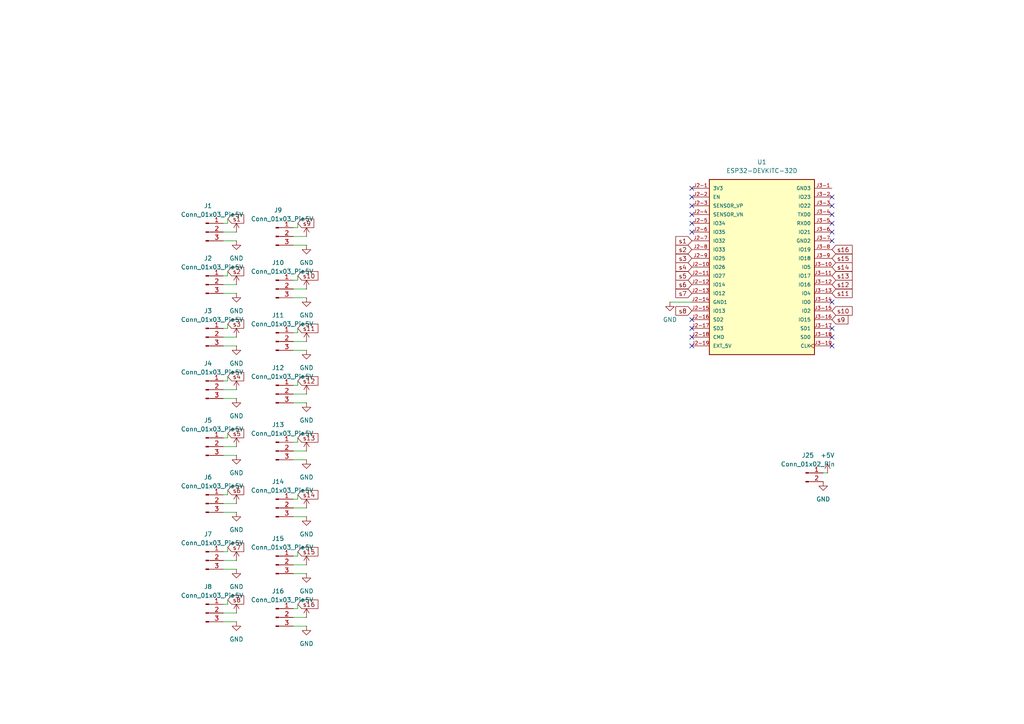
<source format=kicad_sch>
(kicad_sch (version 20231120) (generator "eeschema") (generator_version "8.0")
  (paper "A4")
  (lib_symbols
    (symbol "Connector:Conn_01x02_Pin" (pin_names (offset 1.016) hide)
      (property "Reference" "J" (at 0 2.54 0))
      (property "Value" "Conn_01x02_Pin" (at 0 -5.08 0))
      (symbol "Conn_01x02_Pin_1_1"
        (polyline (pts (xy 1.27 -2.54) (xy 0.8636 -2.54)) (stroke (width 0.1524)))
        (polyline (pts (xy 1.27 0) (xy 0.8636 0)) (stroke (width 0.1524)))
        (rectangle (start 0.8636 -2.413) (end 0 -2.667) (stroke (width 0.1524)) (fill (type outline)))
        (rectangle (start 0.8636 0.127) (end 0 -0.127) (stroke (width 0.1524)) (fill (type outline)))
        (pin passive line (at 5.08 0 180) (length 3.81) (name "Pin_1") (number "1"))
        (pin passive line (at 5.08 -2.54 180) (length 3.81) (name "Pin_2") (number "2"))
      )
    )
    (symbol "Connector:Conn_01x03_Pin" (pin_names (offset 1.016) hide)
      (property "Reference" "J" (at 0 5.08 0))
      (property "Value" "Conn_01x03_Pin" (at 0 -5.08 0))
      (symbol "Conn_01x03_Pin_1_1"
        (polyline (pts (xy 1.27 -2.54) (xy 0.8636 -2.54)) (stroke (width 0.1524)))
        (polyline (pts (xy 1.27 0) (xy 0.8636 0)) (stroke (width 0.1524)))
        (polyline (pts (xy 1.27 2.54) (xy 0.8636 2.54)) (stroke (width 0.1524)))
        (rectangle (start 0.8636 -2.413) (end 0 -2.667) (stroke (width 0.1524)) (fill (type outline)))
        (rectangle (start 0.8636 0.127) (end 0 -0.127) (stroke (width 0.1524)) (fill (type outline)))
        (rectangle (start 0.8636 2.667) (end 0 2.413) (stroke (width 0.1524)) (fill (type outline)))
        (pin passive line (at 5.08 2.54 180) (length 3.81) (name "Pin_1") (number "1"))
        (pin passive line (at 5.08 0 180) (length 3.81) (name "Pin_2") (number "2"))
        (pin passive line (at 5.08 -2.54 180) (length 3.81) (name "Pin_3") (number "3"))
      )
    )
    (symbol "ESP32-DEVKITC-32D:ESP32-DEVKITC-32D" (pin_names (offset 1.016))
      (property "Reference" "U" (at -15.2572 26.0643 0))
      (property "Value" "ESP32-DEVKITC-32D" (at -15.2563 -27.9698 0))
      (symbol "ESP32-DEVKITC-32D_0_0"
        (rectangle (start -15.24 -25.4) (end 15.24 25.4) (stroke (width 0.254)) (fill (type background)))
        (pin power_in line (at -20.32 22.86 0) (length 5.08) (name "3V3") (number "J2-1"))
        (pin bidirectional line (at -20.32 0 0) (length 5.08) (name "IO26") (number "J2-10"))
        (pin bidirectional line (at -20.32 -2.54 0) (length 5.08) (name "IO27") (number "J2-11"))
        (pin bidirectional line (at -20.32 -5.08 0) (length 5.08) (name "IO14") (number "J2-12"))
        (pin bidirectional line (at -20.32 -7.62 0) (length 5.08) (name "IO12") (number "J2-13"))
        (pin power_in line (at -20.32 -10.16 0) (length 5.08) (name "GND1") (number "J2-14"))
        (pin bidirectional line (at -20.32 -12.7 0) (length 5.08) (name "IO13") (number "J2-15"))
        (pin bidirectional line (at -20.32 -15.24 0) (length 5.08) (name "SD2") (number "J2-16"))
        (pin bidirectional line (at -20.32 -17.78 0) (length 5.08) (name "SD3") (number "J2-17"))
        (pin bidirectional line (at -20.32 -20.32 0) (length 5.08) (name "CMD") (number "J2-18"))
        (pin power_in line (at -20.32 -22.86 0) (length 5.08) (name "EXT_5V") (number "J2-19"))
        (pin input line (at -20.32 20.32 0) (length 5.08) (name "EN") (number "J2-2"))
        (pin input line (at -20.32 17.78 0) (length 5.08) (name "SENSOR_VP") (number "J2-3"))
        (pin input line (at -20.32 15.24 0) (length 5.08) (name "SENSOR_VN") (number "J2-4"))
        (pin bidirectional line (at -20.32 12.7 0) (length 5.08) (name "IO34") (number "J2-5"))
        (pin bidirectional line (at -20.32 10.16 0) (length 5.08) (name "IO35") (number "J2-6"))
        (pin bidirectional line (at -20.32 7.62 0) (length 5.08) (name "IO32") (number "J2-7"))
        (pin bidirectional line (at -20.32 5.08 0) (length 5.08) (name "IO33") (number "J2-8"))
        (pin bidirectional line (at -20.32 2.54 0) (length 5.08) (name "IO25") (number "J2-9"))
        (pin power_in line (at 20.32 22.86 180) (length 5.08) (name "GND3") (number "J3-1"))
        (pin bidirectional line (at 20.32 0 180) (length 5.08) (name "IO5") (number "J3-10"))
        (pin bidirectional line (at 20.32 -2.54 180) (length 5.08) (name "IO17") (number "J3-11"))
        (pin bidirectional line (at 20.32 -5.08 180) (length 5.08) (name "IO16") (number "J3-12"))
        (pin bidirectional line (at 20.32 -7.62 180) (length 5.08) (name "IO4") (number "J3-13"))
        (pin bidirectional line (at 20.32 -10.16 180) (length 5.08) (name "IO0") (number "J3-14"))
        (pin bidirectional line (at 20.32 -12.7 180) (length 5.08) (name "IO2") (number "J3-15"))
        (pin bidirectional line (at 20.32 -15.24 180) (length 5.08) (name "IO15") (number "J3-16"))
        (pin bidirectional line (at 20.32 -17.78 180) (length 5.08) (name "SD1") (number "J3-17"))
        (pin bidirectional line (at 20.32 -20.32 180) (length 5.08) (name "SD0") (number "J3-18"))
        (pin input clock (at 20.32 -22.86 180) (length 5.08) (name "CLK") (number "J3-19"))
        (pin bidirectional line (at 20.32 20.32 180) (length 5.08) (name "IO23") (number "J3-2"))
        (pin bidirectional line (at 20.32 17.78 180) (length 5.08) (name "IO22") (number "J3-3"))
        (pin output line (at 20.32 15.24 180) (length 5.08) (name "TXD0") (number "J3-4"))
        (pin input line (at 20.32 12.7 180) (length 5.08) (name "RXD0") (number "J3-5"))
        (pin bidirectional line (at 20.32 10.16 180) (length 5.08) (name "IO21") (number "J3-6"))
        (pin power_in line (at 20.32 7.62 180) (length 5.08) (name "GND2") (number "J3-7"))
        (pin bidirectional line (at 20.32 5.08 180) (length 5.08) (name "IO19") (number "J3-8"))
        (pin bidirectional line (at 20.32 2.54 180) (length 5.08) (name "IO18") (number "J3-9"))
      )
    )
    (symbol "power:+5V" (power) (pin_numbers hide) (pin_names (offset 0) hide)
      (property "Value" "+5V" (at 0 3.556 0))
      (symbol "+5V_0_1"
        (polyline (pts (xy -0.762 1.27) (xy 0 2.54)))
        (polyline (pts (xy 0 0) (xy 0 2.54)))
        (polyline (pts (xy 0 2.54) (xy 0.762 1.27)))
      )
      (symbol "+5V_1_1"
        (pin power_in line (at 0 0 90) (length 0) (name "~") (number "1"))
      )
    )
    (symbol "power:GND" (power) (pin_numbers hide) (pin_names (offset 0) hide)
      (property "Value" "GND" (at 0 -3.81 0))
      (symbol "GND_0_1"
        (polyline (pts (xy 0 0) (xy 0 -1.27) (xy 1.27 -1.27) (xy 0 -2.54) (xy -1.27 -1.27) (xy 0 -1.27)))
      )
      (symbol "GND_1_1"
        (pin power_in line (at 0 0 270) (length 0) (name "~") (number "1"))
      )
    )
  )
  (no_connect (at 200.66 59.69))
  (no_connect (at 200.66 54.61))
  (no_connect (at 241.3 57.15))
  (no_connect (at 241.3 59.69))
  (no_connect (at 200.66 57.15))
  (no_connect (at 200.66 62.23))
  (no_connect (at 200.66 95.25))
  (no_connect (at 241.3 62.23))
  (no_connect (at 200.66 97.79))
  (no_connect (at 200.66 67.31))
  (no_connect (at 200.66 92.71))
  (no_connect (at 241.3 67.31))
  (no_connect (at 241.3 100.33))
  (no_connect (at 241.3 64.77))
  (no_connect (at 241.3 97.79))
  (no_connect (at 200.66 64.77))
  (no_connect (at 241.3 87.63))
  (no_connect (at 200.66 100.33))
  (no_connect (at 241.3 95.25))
  (no_connect (at 241.3 69.85))
  (wire (pts (xy 86.36 128.27) (xy 85.09 128.27)))
  (wire (pts (xy 66.04 63.5) (xy 66.04 64.77)))
  (wire (pts (xy 64.77 177.8) (xy 68.58 177.8)))
  (wire (pts (xy 64.77 180.34) (xy 68.58 180.34)))
  (wire (pts (xy 85.09 68.58) (xy 88.9 68.58)))
  (wire (pts (xy 66.04 143.51) (xy 64.77 143.51)))
  (wire (pts (xy 64.77 146.05) (xy 68.58 146.05)))
  (wire (pts (xy 85.09 71.12) (xy 88.9 71.12)))
  (wire (pts (xy 86.36 81.28) (xy 85.09 81.28)))
  (wire (pts (xy 85.09 101.6) (xy 88.9 101.6)))
  (wire (pts (xy 86.36 175.26) (xy 86.36 176.53)))
  (wire (pts (xy 240.03 137.16) (xy 238.76 137.16)))
  (wire (pts (xy 86.36 80.01) (xy 86.36 81.28)))
  (wire (pts (xy 64.77 165.1) (xy 68.58 165.1)))
  (wire (pts (xy 66.04 158.75) (xy 66.04 160.02)))
  (wire (pts (xy 66.04 110.49) (xy 64.77 110.49)))
  (wire (pts (xy 86.36 110.49) (xy 86.36 111.76)))
  (wire (pts (xy 85.09 130.81) (xy 88.9 130.81)))
  (wire (pts (xy 86.36 176.53) (xy 85.09 176.53)))
  (wire (pts (xy 64.77 67.31) (xy 68.58 67.31)))
  (wire (pts (xy 66.04 127) (xy 64.77 127)))
  (wire (pts (xy 194.31 87.63) (xy 200.66 87.63)))
  (wire (pts (xy 66.04 175.26) (xy 64.77 175.26)))
  (wire (pts (xy 66.04 93.98) (xy 66.04 95.25)))
  (wire (pts (xy 86.36 95.25) (xy 86.36 96.52)))
  (wire (pts (xy 85.09 149.86) (xy 88.9 149.86)))
  (wire (pts (xy 64.77 129.54) (xy 68.58 129.54)))
  (wire (pts (xy 66.04 64.77) (xy 64.77 64.77)))
  (wire (pts (xy 85.09 86.36) (xy 88.9 86.36)))
  (wire (pts (xy 85.09 181.61) (xy 88.9 181.61)))
  (wire (pts (xy 64.77 85.09) (xy 68.58 85.09)))
  (wire (pts (xy 66.04 78.74) (xy 66.04 80.01)))
  (wire (pts (xy 85.09 114.3) (xy 88.9 114.3)))
  (wire (pts (xy 86.36 161.29) (xy 85.09 161.29)))
  (wire (pts (xy 85.09 83.82) (xy 88.9 83.82)))
  (wire (pts (xy 86.36 66.04) (xy 85.09 66.04)))
  (wire (pts (xy 86.36 144.78) (xy 85.09 144.78)))
  (wire (pts (xy 86.36 96.52) (xy 85.09 96.52)))
  (wire (pts (xy 64.77 82.55) (xy 68.58 82.55)))
  (wire (pts (xy 85.09 99.06) (xy 88.9 99.06)))
  (wire (pts (xy 85.09 133.35) (xy 88.9 133.35)))
  (wire (pts (xy 64.77 148.59) (xy 68.58 148.59)))
  (wire (pts (xy 86.36 64.77) (xy 86.36 66.04)))
  (wire (pts (xy 86.36 111.76) (xy 85.09 111.76)))
  (wire (pts (xy 64.77 69.85) (xy 68.58 69.85)))
  (wire (pts (xy 66.04 95.25) (xy 64.77 95.25)))
  (wire (pts (xy 85.09 116.84) (xy 88.9 116.84)))
  (wire (pts (xy 66.04 142.24) (xy 66.04 143.51)))
  (wire (pts (xy 64.77 113.03) (xy 68.58 113.03)))
  (wire (pts (xy 64.77 162.56) (xy 68.58 162.56)))
  (wire (pts (xy 66.04 173.99) (xy 66.04 175.26)))
  (wire (pts (xy 86.36 143.51) (xy 86.36 144.78)))
  (wire (pts (xy 85.09 179.07) (xy 88.9 179.07)))
  (wire (pts (xy 66.04 125.73) (xy 66.04 127)))
  (wire (pts (xy 66.04 160.02) (xy 64.77 160.02)))
  (wire (pts (xy 64.77 97.79) (xy 68.58 97.79)))
  (wire (pts (xy 66.04 80.01) (xy 64.77 80.01)))
  (wire (pts (xy 64.77 132.08) (xy 68.58 132.08)))
  (wire (pts (xy 64.77 115.57) (xy 68.58 115.57)))
  (wire (pts (xy 66.04 109.22) (xy 66.04 110.49)))
  (wire (pts (xy 64.77 100.33) (xy 68.58 100.33)))
  (wire (pts (xy 86.36 127) (xy 86.36 128.27)))
  (wire (pts (xy 85.09 147.32) (xy 88.9 147.32)))
  (wire (pts (xy 85.09 166.37) (xy 88.9 166.37)))
  (wire (pts (xy 86.36 160.02) (xy 86.36 161.29)))
  (wire (pts (xy 85.09 163.83) (xy 88.9 163.83)))
  (global_label "s9" (shape input) (at 241.3 92.71 0) (property "Intersheetrefs" "${INTERSHEET_REFS}" (effects (hide yes))))
  (global_label "s13" (shape input) (at 86.36 127 0) (property "Intersheetrefs" "${INTERSHEET_REFS}" (effects (hide yes))))
  (global_label "s6" (shape input) (at 200.66 82.55 180) (property "Intersheetrefs" "${INTERSHEET_REFS}" (effects (hide yes))))
  (global_label "s11" (shape input) (at 86.36 95.25 0) (property "Intersheetrefs" "${INTERSHEET_REFS}" (effects (hide yes))))
  (global_label "s9" (shape input) (at 86.36 64.77 0) (property "Intersheetrefs" "${INTERSHEET_REFS}" (effects (hide yes))))
  (global_label "s8" (shape input) (at 200.66 90.17 180) (property "Intersheetrefs" "${INTERSHEET_REFS}" (effects (hide yes))))
  (global_label "s16" (shape input) (at 241.3 72.39 0) (property "Intersheetrefs" "${INTERSHEET_REFS}" (effects (hide yes))))
  (global_label "s14" (shape input) (at 241.3 77.47 0) (property "Intersheetrefs" "${INTERSHEET_REFS}" (effects (hide yes))))
  (global_label "s13" (shape input) (at 241.3 80.01 0) (property "Intersheetrefs" "${INTERSHEET_REFS}" (effects (hide yes))))
  (global_label "s6" (shape input) (at 66.04 142.24 0) (property "Intersheetrefs" "${INTERSHEET_REFS}" (effects (hide yes))))
  (global_label "s4" (shape input) (at 66.04 109.22 0) (property "Intersheetrefs" "${INTERSHEET_REFS}" (effects (hide yes))))
  (global_label "s10" (shape input) (at 241.3 90.17 0) (property "Intersheetrefs" "${INTERSHEET_REFS}" (effects (hide yes))))
  (global_label "s2" (shape input) (at 200.66 72.39 180) (property "Intersheetrefs" "${INTERSHEET_REFS}" (effects (hide yes))))
  (global_label "s4" (shape input) (at 200.66 77.47 180) (property "Intersheetrefs" "${INTERSHEET_REFS}" (effects (hide yes))))
  (global_label "s12" (shape input) (at 86.36 110.49 0) (property "Intersheetrefs" "${INTERSHEET_REFS}" (effects (hide yes))))
  (global_label "s14" (shape input) (at 86.36 143.51 0) (property "Intersheetrefs" "${INTERSHEET_REFS}" (effects (hide yes))))
  (global_label "s5" (shape input) (at 200.66 80.01 180) (property "Intersheetrefs" "${INTERSHEET_REFS}" (effects (hide yes))))
  (global_label "s11" (shape input) (at 241.3 85.09 0) (property "Intersheetrefs" "${INTERSHEET_REFS}" (effects (hide yes))))
  (global_label "s12" (shape input) (at 241.3 82.55 0) (property "Intersheetrefs" "${INTERSHEET_REFS}" (effects (hide yes))))
  (global_label "s7" (shape input) (at 66.04 158.75 0) (property "Intersheetrefs" "${INTERSHEET_REFS}" (effects (hide yes))))
  (global_label "s1" (shape input) (at 66.04 63.5 0) (property "Intersheetrefs" "${INTERSHEET_REFS}" (effects (hide yes))))
  (global_label "s15" (shape input) (at 241.3 74.93 0) (property "Intersheetrefs" "${INTERSHEET_REFS}" (effects (hide yes))))
  (global_label "s8" (shape input) (at 66.04 173.99 0) (property "Intersheetrefs" "${INTERSHEET_REFS}" (effects (hide yes))))
  (global_label "s1" (shape input) (at 200.66 69.85 180) (property "Intersheetrefs" "${INTERSHEET_REFS}" (effects (hide yes))))
  (global_label "s10" (shape input) (at 86.36 80.01 0) (property "Intersheetrefs" "${INTERSHEET_REFS}" (effects (hide yes))))
  (global_label "s5" (shape input) (at 66.04 125.73 0) (property "Intersheetrefs" "${INTERSHEET_REFS}" (effects (hide yes))))
  (global_label "s16" (shape input) (at 86.36 175.26 0) (property "Intersheetrefs" "${INTERSHEET_REFS}" (effects (hide yes))))
  (global_label "s3" (shape input) (at 200.66 74.93 180) (property "Intersheetrefs" "${INTERSHEET_REFS}" (effects (hide yes))))
  (global_label "s15" (shape input) (at 86.36 160.02 0) (property "Intersheetrefs" "${INTERSHEET_REFS}" (effects (hide yes))))
  (global_label "s7" (shape input) (at 200.66 85.09 180) (property "Intersheetrefs" "${INTERSHEET_REFS}" (effects (hide yes))))
  (global_label "s2" (shape input) (at 66.04 78.74 0) (property "Intersheetrefs" "${INTERSHEET_REFS}" (effects (hide yes))))
  (global_label "s3" (shape input) (at 66.04 93.98 0) (property "Intersheetrefs" "${INTERSHEET_REFS}" (effects (hide yes))))
  (symbol (lib_id "Connector:Conn_01x03_Pin") (at 59.69 82.55 0) (unit 1)
    (property "Reference" "J2" (at 60.325 74.93 0))
    (property "Value" "Conn_01x03_Pin" (at 60.325 77.47 0))
    (property "Footprint" "Connector_PinHeader_2.54mm:PinHeader_1x03_P2.54mm_Vertical" (effects (hide yes)))
    (property "Description" "Generic connector, single row, 01x03, script generated" (effects (hide yes)))
  )
  (symbol (lib_id "power:GND") (at 88.9 133.35 0) (unit 1)
    (property "Reference" "#PWR026" (effects (hide yes)))
    (property "Value" "GND" (at 88.9 138.43 0))
    (property "Description" "Power symbol creates a global label with name \"GND\" , ground" (effects (hide yes)))
  )
  (symbol (lib_id "Connector:Conn_01x03_Pin") (at 59.69 177.8 0) (unit 1)
    (property "Reference" "J8" (at 60.325 170.18 0))
    (property "Value" "Conn_01x03_Pin" (at 60.325 172.72 0))
    (property "Footprint" "Connector_PinHeader_2.54mm:PinHeader_1x03_P2.54mm_Vertical" (effects (hide yes)))
    (property "Description" "Generic connector, single row, 01x03, script generated" (effects (hide yes)))
  )
  (symbol (lib_id "power:GND") (at 194.31 87.63 0) (unit 1)
    (property "Reference" "#PWR034" (effects (hide yes)))
    (property "Value" "GND" (at 194.31 92.71 0))
    (property "Description" "Power symbol creates a global label with name \"GND\" , ground" (effects (hide yes)))
  )
  (symbol (lib_id "power:+5V") (at 68.58 146.05 0) (unit 1)
    (property "Reference" "#PWR011" (effects (hide yes)))
    (property "Value" "+5V" (at 68.58 140.97 0))
    (property "Description" "Power symbol creates a global label with name \"+5V\"" (effects (hide yes)))
  )
  (symbol (lib_id "Connector:Conn_01x02_Pin") (at 233.68 137.16 0) (unit 1)
    (property "Reference" "J25" (at 234.315 132.08 0))
    (property "Value" "Conn_01x02_Pin" (at 234.315 134.62 0))
    (property "Footprint" "Connector_AMASS:AMASS_XT60-M_1x02_P7.20mm_Vertical" (effects (hide yes)))
    (property "Description" "Generic connector, single row, 01x02, script generated" (effects (hide yes)))
  )
  (symbol (lib_id "Connector:Conn_01x03_Pin") (at 80.01 130.81 0) (unit 1)
    (property "Reference" "J13" (at 80.645 123.19 0))
    (property "Value" "Conn_01x03_Pin" (at 80.645 125.73 0))
    (property "Footprint" "Connector_PinHeader_2.54mm:PinHeader_1x03_P2.54mm_Vertical" (effects (hide yes)))
    (property "Description" "Generic connector, single row, 01x03, script generated" (effects (hide yes)))
  )
  (symbol (lib_id "Connector:Conn_01x03_Pin") (at 80.01 114.3 0) (unit 1)
    (property "Reference" "J12" (at 80.645 106.68 0))
    (property "Value" "Conn_01x03_Pin" (at 80.645 109.22 0))
    (property "Footprint" "Connector_PinHeader_2.54mm:PinHeader_1x03_P2.54mm_Vertical" (effects (hide yes)))
    (property "Description" "Generic connector, single row, 01x03, script generated" (effects (hide yes)))
  )
  (symbol (lib_id "power:GND") (at 68.58 85.09 0) (unit 1)
    (property "Reference" "#PWR04" (effects (hide yes)))
    (property "Value" "GND" (at 68.58 90.17 0))
    (property "Description" "Power symbol creates a global label with name \"GND\" , ground" (effects (hide yes)))
  )
  (symbol (lib_id "power:+5V") (at 68.58 82.55 0) (unit 1)
    (property "Reference" "#PWR03" (effects (hide yes)))
    (property "Value" "+5V" (at 68.58 77.47 0))
    (property "Description" "Power symbol creates a global label with name \"+5V\"" (effects (hide yes)))
  )
  (symbol (lib_id "power:+5V") (at 68.58 67.31 0) (unit 1)
    (property "Reference" "#PWR01" (effects (hide yes)))
    (property "Value" "+5V" (at 68.58 62.23 0))
    (property "Description" "Power symbol creates a global label with name \"+5V\"" (effects (hide yes)))
  )
  (symbol (lib_id "power:+5V") (at 88.9 68.58 0) (unit 1)
    (property "Reference" "#PWR017" (effects (hide yes)))
    (property "Value" "+5V" (at 88.9 63.5 0))
    (property "Description" "Power symbol creates a global label with name \"+5V\"" (effects (hide yes)))
  )
  (symbol (lib_id "power:+5V") (at 68.58 177.8 0) (unit 1)
    (property "Reference" "#PWR015" (effects (hide yes)))
    (property "Value" "+5V" (at 68.58 172.72 0))
    (property "Description" "Power symbol creates a global label with name \"+5V\"" (effects (hide yes)))
  )
  (symbol (lib_id "Connector:Conn_01x03_Pin") (at 59.69 146.05 0) (unit 1)
    (property "Reference" "J6" (at 60.325 138.43 0))
    (property "Value" "Conn_01x03_Pin" (at 60.325 140.97 0))
    (property "Footprint" "Connector_PinHeader_2.54mm:PinHeader_1x03_P2.54mm_Vertical" (effects (hide yes)))
    (property "Description" "Generic connector, single row, 01x03, script generated" (effects (hide yes)))
  )
  (symbol (lib_id "power:GND") (at 68.58 115.57 0) (unit 1)
    (property "Reference" "#PWR08" (effects (hide yes)))
    (property "Value" "GND" (at 68.58 120.65 0))
    (property "Description" "Power symbol creates a global label with name \"GND\" , ground" (effects (hide yes)))
  )
  (symbol (lib_id "power:+5V") (at 88.9 130.81 0) (unit 1)
    (property "Reference" "#PWR025" (effects (hide yes)))
    (property "Value" "+5V" (at 88.9 125.73 0))
    (property "Description" "Power symbol creates a global label with name \"+5V\"" (effects (hide yes)))
  )
  (symbol (lib_id "Connector:Conn_01x03_Pin") (at 59.69 162.56 0) (unit 1)
    (property "Reference" "J7" (at 60.325 154.94 0))
    (property "Value" "Conn_01x03_Pin" (at 60.325 157.48 0))
    (property "Footprint" "Connector_PinHeader_2.54mm:PinHeader_1x03_P2.54mm_Vertical" (effects (hide yes)))
    (property "Description" "Generic connector, single row, 01x03, script generated" (effects (hide yes)))
  )
  (symbol (lib_id "Connector:Conn_01x03_Pin") (at 80.01 68.58 0) (unit 1)
    (property "Reference" "J9" (at 80.645 60.96 0))
    (property "Value" "Conn_01x03_Pin" (at 80.645 63.5 0))
    (property "Footprint" "Connector_PinHeader_2.54mm:PinHeader_1x03_P2.54mm_Vertical" (effects (hide yes)))
    (property "Description" "Generic connector, single row, 01x03, script generated" (effects (hide yes)))
  )
  (symbol (lib_id "power:+5V") (at 240.03 137.16 0) (unit 1)
    (property "Reference" "#PWR033" (effects (hide yes)))
    (property "Value" "+5V" (at 240.03 132.08 0))
    (property "Description" "Power symbol creates a global label with name \"+5V\"" (effects (hide yes)))
  )
  (symbol (lib_id "power:+5V") (at 68.58 113.03 0) (unit 1)
    (property "Reference" "#PWR07" (effects (hide yes)))
    (property "Value" "+5V" (at 68.58 107.95 0))
    (property "Description" "Power symbol creates a global label with name \"+5V\"" (effects (hide yes)))
  )
  (symbol (lib_id "power:GND") (at 238.76 139.7 0) (unit 1)
    (property "Reference" "#PWR051" (effects (hide yes)))
    (property "Value" "GND" (at 238.76 144.78 0))
    (property "Description" "Power symbol creates a global label with name \"GND\" , ground" (effects (hide yes)))
  )
  (symbol (lib_id "Connector:Conn_01x03_Pin") (at 80.01 83.82 0) (unit 1)
    (property "Reference" "J10" (at 80.645 76.2 0))
    (property "Value" "Conn_01x03_Pin" (at 80.645 78.74 0))
    (property "Footprint" "Connector_PinHeader_2.54mm:PinHeader_1x03_P2.54mm_Vertical" (effects (hide yes)))
    (property "Description" "Generic connector, single row, 01x03, script generated" (effects (hide yes)))
  )
  (symbol (lib_id "power:+5V") (at 88.9 83.82 0) (unit 1)
    (property "Reference" "#PWR019" (effects (hide yes)))
    (property "Value" "+5V" (at 88.9 78.74 0))
    (property "Description" "Power symbol creates a global label with name \"+5V\"" (effects (hide yes)))
  )
  (symbol (lib_id "power:GND") (at 88.9 71.12 0) (unit 1)
    (property "Reference" "#PWR018" (effects (hide yes)))
    (property "Value" "GND" (at 88.9 76.2 0))
    (property "Description" "Power symbol creates a global label with name \"GND\" , ground" (effects (hide yes)))
  )
  (symbol (lib_id "power:+5V") (at 88.9 163.83 0) (unit 1)
    (property "Reference" "#PWR029" (effects (hide yes)))
    (property "Value" "+5V" (at 88.9 158.75 0))
    (property "Description" "Power symbol creates a global label with name \"+5V\"" (effects (hide yes)))
  )
  (symbol (lib_id "Connector:Conn_01x03_Pin") (at 80.01 179.07 0) (unit 1)
    (property "Reference" "J16" (at 80.645 171.45 0))
    (property "Value" "Conn_01x03_Pin" (at 80.645 173.99 0))
    (property "Footprint" "Connector_PinHeader_2.54mm:PinHeader_1x03_P2.54mm_Vertical" (effects (hide yes)))
    (property "Description" "Generic connector, single row, 01x03, script generated" (effects (hide yes)))
  )
  (symbol (lib_id "power:GND") (at 68.58 148.59 0) (unit 1)
    (property "Reference" "#PWR012" (effects (hide yes)))
    (property "Value" "GND" (at 68.58 153.67 0))
    (property "Description" "Power symbol creates a global label with name \"GND\" , ground" (effects (hide yes)))
  )
  (symbol (lib_id "power:GND") (at 88.9 166.37 0) (unit 1)
    (property "Reference" "#PWR030" (effects (hide yes)))
    (property "Value" "GND" (at 88.9 171.45 0))
    (property "Description" "Power symbol creates a global label with name \"GND\" , ground" (effects (hide yes)))
  )
  (symbol (lib_id "Connector:Conn_01x03_Pin") (at 80.01 163.83 0) (unit 1)
    (property "Reference" "J15" (at 80.645 156.21 0))
    (property "Value" "Conn_01x03_Pin" (at 80.645 158.75 0))
    (property "Footprint" "Connector_PinHeader_2.54mm:PinHeader_1x03_P2.54mm_Vertical" (effects (hide yes)))
    (property "Description" "Generic connector, single row, 01x03, script generated" (effects (hide yes)))
  )
  (symbol (lib_id "power:GND") (at 88.9 116.84 0) (unit 1)
    (property "Reference" "#PWR024" (effects (hide yes)))
    (property "Value" "GND" (at 88.9 121.92 0))
    (property "Description" "Power symbol creates a global label with name \"GND\" , ground" (effects (hide yes)))
  )
  (symbol (lib_id "power:GND") (at 68.58 165.1 0) (unit 1)
    (property "Reference" "#PWR014" (effects (hide yes)))
    (property "Value" "GND" (at 68.58 170.18 0))
    (property "Description" "Power symbol creates a global label with name \"GND\" , ground" (effects (hide yes)))
  )
  (symbol (lib_id "power:GND") (at 68.58 180.34 0) (unit 1)
    (property "Reference" "#PWR016" (effects (hide yes)))
    (property "Value" "GND" (at 68.58 185.42 0))
    (property "Description" "Power symbol creates a global label with name \"GND\" , ground" (effects (hide yes)))
  )
  (symbol (lib_id "Connector:Conn_01x03_Pin") (at 59.69 129.54 0) (unit 1)
    (property "Reference" "J5" (at 60.325 121.92 0))
    (property "Value" "Conn_01x03_Pin" (at 60.325 124.46 0))
    (property "Footprint" "Connector_PinHeader_2.54mm:PinHeader_1x03_P2.54mm_Vertical" (effects (hide yes)))
    (property "Description" "Generic connector, single row, 01x03, script generated" (effects (hide yes)))
  )
  (symbol (lib_id "power:GND") (at 68.58 132.08 0) (unit 1)
    (property "Reference" "#PWR010" (effects (hide yes)))
    (property "Value" "GND" (at 68.58 137.16 0))
    (property "Description" "Power symbol creates a global label with name \"GND\" , ground" (effects (hide yes)))
  )
  (symbol (lib_id "ESP32-DEVKITC-32D:ESP32-DEVKITC-32D") (at 220.98 77.47 0) (unit 1)
    (property "Reference" "U1" (at 220.98 46.99 0))
    (property "Value" "ESP32-DEVKITC-32D" (at 220.98 49.53 0))
    (property "Footprint" "ESP32-DEVKITC-32D:MODULE_ESP32-DEVKITC-32D" (effects (hide yes)))
    (property "MF" "Espressif Systems" (effects (hide yes)))
    (property "MAXIMUM_PACKAGE_HEIGHT" "N/A" (effects (hide yes)))
    (property "Package" "None" (effects (hide yes)))
    (property "Price" "None" (effects (hide yes)))
    (property "Check_prices" "https://www.snapeda.com/parts/ESP32-DEVKITC-32D/Espressif+Systems/view-part/?ref=eda" (effects (hide yes)))
    (property "STANDARD" "Manufacturer Recommendations" (effects (hide yes)))
    (property "PARTREV" "V4" (effects (hide yes)))
    (property "SnapEDA_Link" "https://www.snapeda.com/parts/ESP32-DEVKITC-32D/Espressif+Systems/view-part/?ref=snap" (effects (hide yes)))
    (property "MP" "ESP32-DEVKITC-32D" (effects (hide yes)))
    (property "Description_1" "\nWiFi Development Tools (802.11) ESP32 General Development Kit, ESP32-WROOM-32D on the board\n" (effects (hide yes)))
    (property "MANUFACTURER" "Espressif Systems" (effects (hide yes)))
    (property "Availability" "In Stock" (effects (hide yes)))
    (property "SNAPEDA_PN" "ESP32-DEVKITC-32D" (effects (hide yes)))
  )
  (symbol (lib_id "power:+5V") (at 68.58 97.79 0) (unit 1)
    (property "Reference" "#PWR05" (effects (hide yes)))
    (property "Value" "+5V" (at 68.58 92.71 0))
    (property "Description" "Power symbol creates a global label with name \"+5V\"" (effects (hide yes)))
  )
  (symbol (lib_id "power:+5V") (at 88.9 179.07 0) (unit 1)
    (property "Reference" "#PWR031" (effects (hide yes)))
    (property "Value" "+5V" (at 88.9 173.99 0))
    (property "Description" "Power symbol creates a global label with name \"+5V\"" (effects (hide yes)))
  )
  (symbol (lib_id "power:+5V") (at 88.9 147.32 0) (unit 1)
    (property "Reference" "#PWR027" (effects (hide yes)))
    (property "Value" "+5V" (at 88.9 142.24 0))
    (property "Description" "Power symbol creates a global label with name \"+5V\"" (effects (hide yes)))
  )
  (symbol (lib_id "Connector:Conn_01x03_Pin") (at 80.01 147.32 0) (unit 1)
    (property "Reference" "J14" (at 80.645 139.7 0))
    (property "Value" "Conn_01x03_Pin" (at 80.645 142.24 0))
    (property "Footprint" "Connector_PinHeader_2.54mm:PinHeader_1x03_P2.54mm_Vertical" (effects (hide yes)))
    (property "Description" "Generic connector, single row, 01x03, script generated" (effects (hide yes)))
  )
  (symbol (lib_id "power:+5V") (at 68.58 162.56 0) (unit 1)
    (property "Reference" "#PWR013" (effects (hide yes)))
    (property "Value" "+5V" (at 68.58 157.48 0))
    (property "Description" "Power symbol creates a global label with name \"+5V\"" (effects (hide yes)))
  )
  (symbol (lib_id "power:GND") (at 88.9 86.36 0) (unit 1)
    (property "Reference" "#PWR020" (effects (hide yes)))
    (property "Value" "GND" (at 88.9 91.44 0))
    (property "Description" "Power symbol creates a global label with name \"GND\" , ground" (effects (hide yes)))
  )
  (symbol (lib_id "power:+5V") (at 88.9 114.3 0) (unit 1)
    (property "Reference" "#PWR023" (effects (hide yes)))
    (property "Value" "+5V" (at 88.9 109.22 0))
    (property "Description" "Power symbol creates a global label with name \"+5V\"" (effects (hide yes)))
  )
  (symbol (lib_id "power:GND") (at 88.9 181.61 0) (unit 1)
    (property "Reference" "#PWR032" (effects (hide yes)))
    (property "Value" "GND" (at 88.9 186.69 0))
    (property "Description" "Power symbol creates a global label with name \"GND\" , ground" (effects (hide yes)))
  )
  (symbol (lib_id "power:+5V") (at 68.58 129.54 0) (unit 1)
    (property "Reference" "#PWR09" (effects (hide yes)))
    (property "Value" "+5V" (at 68.58 124.46 0))
    (property "Description" "Power symbol creates a global label with name \"+5V\"" (effects (hide yes)))
  )
  (symbol (lib_id "Connector:Conn_01x03_Pin") (at 80.01 99.06 0) (unit 1)
    (property "Reference" "J11" (at 80.645 91.44 0))
    (property "Value" "Conn_01x03_Pin" (at 80.645 93.98 0))
    (property "Footprint" "Connector_PinHeader_2.54mm:PinHeader_1x03_P2.54mm_Vertical" (effects (hide yes)))
    (property "Description" "Generic connector, single row, 01x03, script generated" (effects (hide yes)))
  )
  (symbol (lib_id "power:GND") (at 88.9 101.6 0) (unit 1)
    (property "Reference" "#PWR022" (effects (hide yes)))
    (property "Value" "GND" (at 88.9 106.68 0))
    (property "Description" "Power symbol creates a global label with name \"GND\" , ground" (effects (hide yes)))
  )
  (symbol (lib_id "power:GND") (at 68.58 100.33 0) (unit 1)
    (property "Reference" "#PWR06" (effects (hide yes)))
    (property "Value" "GND" (at 68.58 105.41 0))
    (property "Description" "Power symbol creates a global label with name \"GND\" , ground" (effects (hide yes)))
  )
  (symbol (lib_id "Connector:Conn_01x03_Pin") (at 59.69 67.31 0) (unit 1)
    (property "Reference" "J1" (at 60.325 59.69 0))
    (property "Value" "Conn_01x03_Pin" (at 60.325 62.23 0))
    (property "Footprint" "Connector_PinHeader_2.54mm:PinHeader_1x03_P2.54mm_Vertical" (effects (hide yes)))
    (property "Description" "Generic connector, single row, 01x03, script generated" (effects (hide yes)))
  )
  (symbol (lib_id "power:GND") (at 68.58 69.85 0) (unit 1)
    (property "Reference" "#PWR02" (effects (hide yes)))
    (property "Value" "GND" (at 68.58 74.93 0))
    (property "Description" "Power symbol creates a global label with name \"GND\" , ground" (effects (hide yes)))
  )
  (symbol (lib_id "power:GND") (at 88.9 149.86 0) (unit 1)
    (property "Reference" "#PWR028" (effects (hide yes)))
    (property "Value" "GND" (at 88.9 154.94 0))
    (property "Description" "Power symbol creates a global label with name \"GND\" , ground" (effects (hide yes)))
  )
  (symbol (lib_id "power:+5V") (at 88.9 99.06 0) (unit 1)
    (property "Reference" "#PWR021" (effects (hide yes)))
    (property "Value" "+5V" (at 88.9 93.98 0))
    (property "Description" "Power symbol creates a global label with name \"+5V\"" (effects (hide yes)))
  )
  (symbol (lib_id "Connector:Conn_01x03_Pin") (at 59.69 113.03 0) (unit 1)
    (property "Reference" "J4" (at 60.325 105.41 0))
    (property "Value" "Conn_01x03_Pin" (at 60.325 107.95 0))
    (property "Footprint" "Connector_PinHeader_2.54mm:PinHeader_1x03_P2.54mm_Vertical" (effects (hide yes)))
    (property "Description" "Generic connector, single row, 01x03, script generated" (effects (hide yes)))
  )
  (symbol (lib_id "Connector:Conn_01x03_Pin") (at 59.69 97.79 0) (unit 1)
    (property "Reference" "J3" (at 60.325 90.17 0))
    (property "Value" "Conn_01x03_Pin" (at 60.325 92.71 0))
    (property "Footprint" "Connector_PinHeader_2.54mm:PinHeader_1x03_P2.54mm_Vertical" (effects (hide yes)))
    (property "Description" "Generic connector, single row, 01x03, script generated" (effects (hide yes)))
  )
)
</source>
